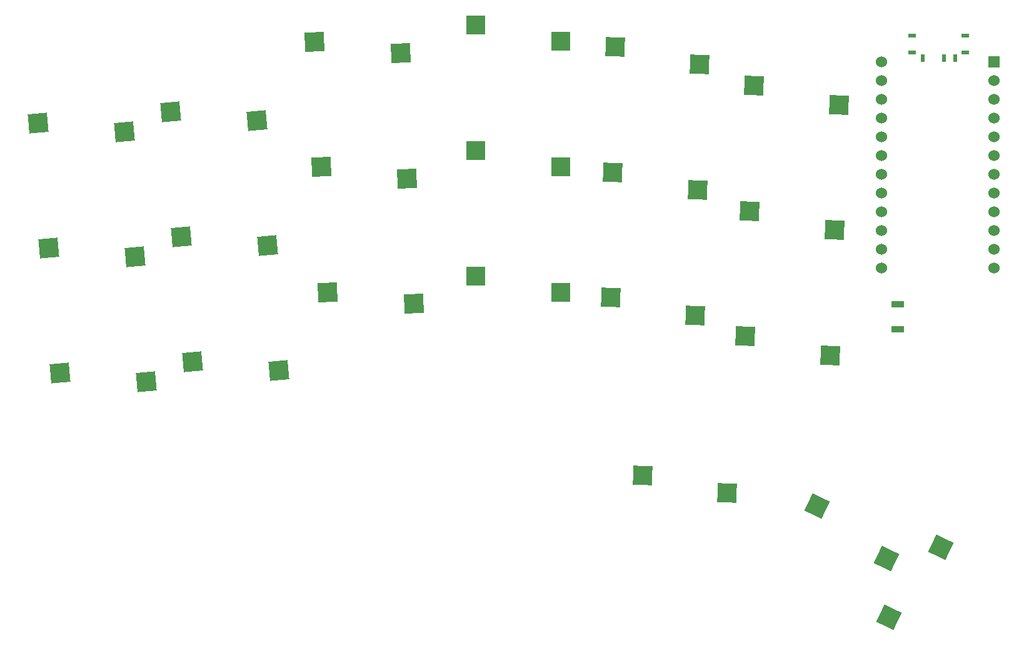
<source format=gbp>
G04 #@! TF.GenerationSoftware,KiCad,Pcbnew,8.0.4*
G04 #@! TF.CreationDate,2024-09-08T01:48:39+02:00*
G04 #@! TF.ProjectId,hookah,686f6f6b-6168-42e6-9b69-6361645f7063,1*
G04 #@! TF.SameCoordinates,Original*
G04 #@! TF.FileFunction,Paste,Bot*
G04 #@! TF.FilePolarity,Positive*
%FSLAX46Y46*%
G04 Gerber Fmt 4.6, Leading zero omitted, Abs format (unit mm)*
G04 Created by KiCad (PCBNEW 8.0.4) date 2024-09-08 01:48:39*
%MOMM*%
%LPD*%
G01*
G04 APERTURE LIST*
G04 Aperture macros list*
%AMRotRect*
0 Rectangle, with rotation*
0 The origin of the aperture is its center*
0 $1 length*
0 $2 width*
0 $3 Rotation angle, in degrees counterclockwise*
0 Add horizontal line*
21,1,$1,$2,0,0,$3*%
G04 Aperture macros list end*
%ADD10RotRect,2.600000X2.600000X179.000000*%
%ADD11RotRect,2.600000X2.600000X244.000000*%
%ADD12RotRect,2.600000X2.600000X183.000000*%
%ADD13RotRect,2.600000X2.600000X185.000000*%
%ADD14C,1.524000*%
%ADD15R,1.524000X1.524000*%
%ADD16R,2.600000X2.600000*%
%ADD17RotRect,2.600000X2.600000X154.000000*%
%ADD18RotRect,2.600000X2.600000X178.000000*%
%ADD19R,1.700000X0.900000*%
%ADD20R,1.000000X0.600000*%
%ADD21R,1.100000X0.600000*%
%ADD22R,0.600000X1.000000*%
G04 APERTURE END LIST*
D10*
X139381932Y-73706417D03*
X150891777Y-76107657D03*
X139678623Y-56709008D03*
X151188468Y-59110248D03*
D11*
X177060016Y-117001915D03*
X184100550Y-107585261D03*
D12*
X100210441Y-56000402D03*
X111859751Y-57592907D03*
D13*
X64808107Y-83942565D03*
X76505898Y-85127542D03*
D12*
X99320731Y-39023699D03*
X110970041Y-40616204D03*
D13*
X63326458Y-67007257D03*
X75024249Y-68192234D03*
D14*
X191363788Y-41796555D03*
D15*
X191363788Y-41796555D03*
D14*
X176123788Y-41796555D03*
X191363788Y-44336555D03*
X176123788Y-44336555D03*
X191363788Y-46876555D03*
X176123788Y-46876555D03*
X191363788Y-49416555D03*
X176123788Y-49416555D03*
X176123788Y-51956555D03*
X191363788Y-51956556D03*
X191363788Y-54496554D03*
X176123788Y-54496555D03*
X191363788Y-57036555D03*
X176123788Y-57036556D03*
X176123788Y-59576554D03*
X191363788Y-59576555D03*
X191363788Y-62116555D03*
X176123788Y-62116555D03*
X191363788Y-64656555D03*
X176123788Y-64656555D03*
X191363788Y-67196555D03*
X176123788Y-67196555D03*
X191363788Y-69736555D03*
X176123788Y-69736555D03*
D16*
X121127594Y-70762666D03*
X132677594Y-72962666D03*
D12*
X101100156Y-72977104D03*
X112749466Y-74569609D03*
D13*
X79776314Y-48503142D03*
X91474105Y-49688119D03*
D16*
X121127591Y-36762668D03*
X132677591Y-38962668D03*
D17*
X167330348Y-101992866D03*
X176747002Y-109033400D03*
D13*
X81257965Y-65438452D03*
X92955756Y-66623429D03*
D16*
X121127590Y-53762669D03*
X132677590Y-55962669D03*
D13*
X82739609Y-82373763D03*
X94437400Y-83558740D03*
X61844812Y-50071947D03*
X73542603Y-51256924D03*
D10*
X143702389Y-97781300D03*
X155212234Y-100182540D03*
D18*
X158230529Y-61975735D03*
X169696714Y-64577484D03*
X157637235Y-78965379D03*
X169103420Y-81567128D03*
X158823817Y-44986090D03*
X170290002Y-47587839D03*
D10*
X139975316Y-39711599D03*
X151485161Y-42112839D03*
D19*
X178295487Y-74627856D03*
X178295487Y-78027856D03*
D20*
X180260287Y-38224256D03*
D21*
X187460287Y-38224257D03*
D20*
X187460287Y-40510257D03*
D21*
X180260287Y-40510257D03*
D22*
X181660287Y-41217257D03*
X184560288Y-41217257D03*
X186060288Y-41217257D03*
M02*

</source>
